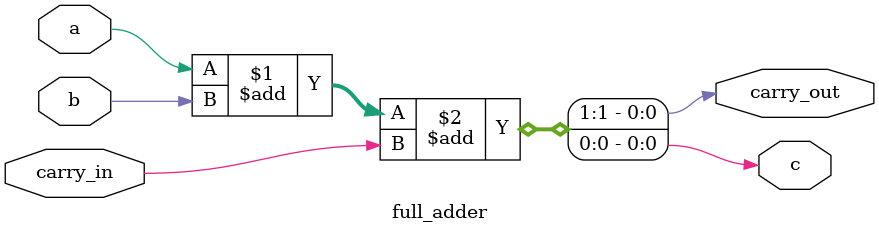
<source format=v>
module full_adder (
    input wire a, b, carry_in,
    output wire c, carry_out
);

`ifdef COCOTB_SIM
    initial begin
        $dumpfile ("waves_tb_full_adder.vcd");
        $dumpvars;
    end
`endif

    assign {carry_out, c} = a + b + carry_in;

endmodule
</source>
